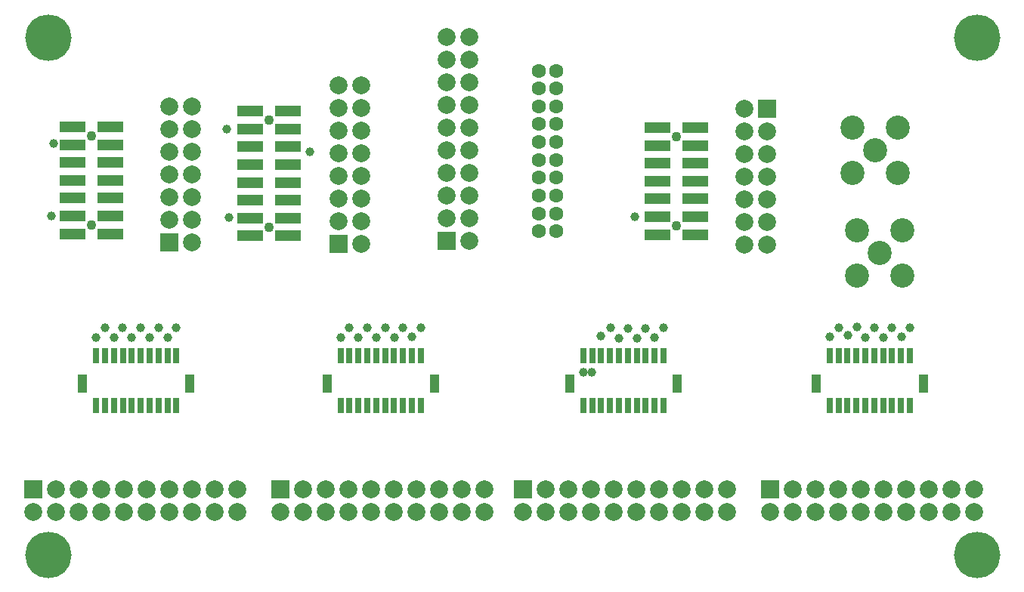
<source format=gbs>
G04*
G04 #@! TF.GenerationSoftware,Altium Limited,Altium Designer,23.1.1 (15)*
G04*
G04 Layer_Color=16711935*
%FSLAX44Y44*%
%MOMM*%
G71*
G04*
G04 #@! TF.SameCoordinates,885BC21F-CE97-4633-90EB-74F7ABE7E9BF*
G04*
G04*
G04 #@! TF.FilePolarity,Negative*
G04*
G01*
G75*
%ADD11C,2.7032*%
%ADD12C,1.0922*%
%ADD13C,2.0000*%
%ADD14R,2.0000X2.0000*%
%ADD15C,5.2032*%
%ADD16R,2.0000X2.0000*%
%ADD17C,1.6032*%
%ADD18C,1.0032*%
%ADD32R,1.0532X2.0032*%
%ADD33R,0.8032X1.8032*%
%ADD34R,2.9464X1.2192*%
D11*
X950614Y529213D02*
D03*
X1001414D02*
D03*
Y478413D02*
D03*
X950614D02*
D03*
X976014Y503813D02*
D03*
X981094Y388597D02*
D03*
X955694Y363197D02*
D03*
X1006494D02*
D03*
Y413997D02*
D03*
X955694D02*
D03*
D12*
X753382Y418947D02*
D03*
Y518946D02*
D03*
X297120Y537381D02*
D03*
Y417382D02*
D03*
X98404Y419815D02*
D03*
Y519815D02*
D03*
D13*
X829883Y524836D02*
D03*
X855283D02*
D03*
X829883Y550236D02*
D03*
X855283Y499436D02*
D03*
X829883D02*
D03*
X855283Y474036D02*
D03*
X829883D02*
D03*
Y448636D02*
D03*
Y423236D02*
D03*
Y397836D02*
D03*
X855283D02*
D03*
Y423236D02*
D03*
Y448636D02*
D03*
X521122Y478356D02*
D03*
X495722D02*
D03*
X521122Y452956D02*
D03*
X495722D02*
D03*
X521122Y402156D02*
D03*
X495722Y427556D02*
D03*
X521122D02*
D03*
Y503756D02*
D03*
X495722D02*
D03*
Y529156D02*
D03*
X521122D02*
D03*
X495722Y554556D02*
D03*
X521122D02*
D03*
Y579956D02*
D03*
X495722D02*
D03*
Y605356D02*
D03*
X521122D02*
D03*
X495722Y630756D02*
D03*
X521122D02*
D03*
X210817Y425782D02*
D03*
X185417D02*
D03*
X210817Y400382D02*
D03*
X185417Y451182D02*
D03*
X210817D02*
D03*
X185417Y476582D02*
D03*
X210817D02*
D03*
Y501982D02*
D03*
Y527382D02*
D03*
Y552782D02*
D03*
X185417D02*
D03*
Y527382D02*
D03*
Y501982D02*
D03*
X109155Y97600D02*
D03*
Y123000D02*
D03*
X83755Y97600D02*
D03*
Y123000D02*
D03*
X32954Y97600D02*
D03*
X58355Y123000D02*
D03*
Y97600D02*
D03*
X134555D02*
D03*
Y123000D02*
D03*
X159955D02*
D03*
Y97600D02*
D03*
X185354Y123000D02*
D03*
Y97600D02*
D03*
X210755D02*
D03*
Y123000D02*
D03*
X236154D02*
D03*
Y97600D02*
D03*
X261555Y123000D02*
D03*
Y97600D02*
D03*
X1087022D02*
D03*
Y123000D02*
D03*
X1061622Y97600D02*
D03*
Y123000D02*
D03*
X1036222D02*
D03*
Y97600D02*
D03*
X1010822D02*
D03*
Y123000D02*
D03*
X985422Y97600D02*
D03*
Y123000D02*
D03*
X960022D02*
D03*
Y97600D02*
D03*
X883822D02*
D03*
Y123000D02*
D03*
X858422Y97600D02*
D03*
X909222Y123000D02*
D03*
Y97600D02*
D03*
X934622Y123000D02*
D03*
Y97600D02*
D03*
X657775D02*
D03*
Y123000D02*
D03*
X632375Y97600D02*
D03*
Y123000D02*
D03*
X581575Y97600D02*
D03*
X606975Y123000D02*
D03*
Y97600D02*
D03*
X683175D02*
D03*
Y123000D02*
D03*
X708575D02*
D03*
Y97600D02*
D03*
X733975Y123000D02*
D03*
Y97600D02*
D03*
X759375D02*
D03*
Y123000D02*
D03*
X784775D02*
D03*
Y97600D02*
D03*
X810175Y123000D02*
D03*
Y97600D02*
D03*
X538250D02*
D03*
Y123000D02*
D03*
X512850Y97600D02*
D03*
Y123000D02*
D03*
X487450D02*
D03*
Y97600D02*
D03*
X462050D02*
D03*
Y123000D02*
D03*
X436650Y97600D02*
D03*
Y123000D02*
D03*
X411250D02*
D03*
Y97600D02*
D03*
X335050D02*
D03*
Y123000D02*
D03*
X309650Y97600D02*
D03*
X360450Y123000D02*
D03*
Y97600D02*
D03*
X385850Y123000D02*
D03*
Y97600D02*
D03*
X400485Y423570D02*
D03*
X375085D02*
D03*
X400485Y398170D02*
D03*
X375085Y448970D02*
D03*
X400485D02*
D03*
X375085Y474370D02*
D03*
X400485D02*
D03*
Y499770D02*
D03*
Y525170D02*
D03*
Y550570D02*
D03*
Y575970D02*
D03*
X375085D02*
D03*
Y550570D02*
D03*
Y525170D02*
D03*
Y499770D02*
D03*
D14*
X855283Y550236D02*
D03*
X495722Y402156D02*
D03*
X185417Y400382D02*
D03*
X375085Y398170D02*
D03*
D15*
X50000Y630000D02*
D03*
X1090000D02*
D03*
Y50000D02*
D03*
X50000D02*
D03*
D16*
X32954Y123000D02*
D03*
X858422D02*
D03*
X581575D02*
D03*
X309650D02*
D03*
D17*
X619021Y592727D02*
D03*
X599021D02*
D03*
X619021Y572727D02*
D03*
X599021D02*
D03*
X619021Y552727D02*
D03*
X599021D02*
D03*
X619021Y532727D02*
D03*
X599021D02*
D03*
X619021Y512727D02*
D03*
X599021D02*
D03*
X619021Y492727D02*
D03*
X599021D02*
D03*
X619021Y472727D02*
D03*
X599021D02*
D03*
X619021Y452727D02*
D03*
X599021D02*
D03*
X619021Y432727D02*
D03*
X599021D02*
D03*
X619021Y412727D02*
D03*
X599021D02*
D03*
D18*
X249365Y527209D02*
D03*
X251908Y427800D02*
D03*
X658884Y254833D02*
D03*
X649148Y254950D02*
D03*
X709085Y293008D02*
D03*
X729193Y293269D02*
D03*
X342959Y501420D02*
D03*
X706587Y428739D02*
D03*
X52997Y429856D02*
D03*
X55749Y511452D02*
D03*
X985226Y293787D02*
D03*
X925306Y293941D02*
D03*
X935155Y304771D02*
D03*
X995075Y304618D02*
D03*
X1015182Y304879D02*
D03*
X1005333Y294049D02*
D03*
X975146Y304642D02*
D03*
X965297Y293812D02*
D03*
X945214Y295921D02*
D03*
X955938Y305703D02*
D03*
X679798Y304923D02*
D03*
X669074Y295141D02*
D03*
X689156Y293032D02*
D03*
X699005Y303862D02*
D03*
X739042Y304099D02*
D03*
X718934Y303838D02*
D03*
X397146Y293829D02*
D03*
X377240Y293862D02*
D03*
X387089Y304692D02*
D03*
X406995Y304660D02*
D03*
X427080Y304563D02*
D03*
X417231Y293732D02*
D03*
X447009Y304539D02*
D03*
X437160Y293708D02*
D03*
X467116Y304800D02*
D03*
X457267Y293970D02*
D03*
X123211Y293786D02*
D03*
X183332Y293926D02*
D03*
X193181Y304757D02*
D03*
X163225Y293665D02*
D03*
X173074Y304495D02*
D03*
X143296Y293689D02*
D03*
X153145Y304519D02*
D03*
X133060Y304616D02*
D03*
X113154Y304648D02*
D03*
X103305Y293818D02*
D03*
D32*
X1030000Y241500D02*
D03*
X910000D02*
D03*
X362075D02*
D03*
X482075D02*
D03*
X754001D02*
D03*
X634001D02*
D03*
X88209D02*
D03*
X208209D02*
D03*
D33*
X1015000Y217500D02*
D03*
Y273500D02*
D03*
X1005000Y217500D02*
D03*
Y273500D02*
D03*
X995000Y217500D02*
D03*
Y273500D02*
D03*
X985000Y217500D02*
D03*
Y273500D02*
D03*
X975000Y217500D02*
D03*
Y273500D02*
D03*
X965000D02*
D03*
X955000D02*
D03*
X945000D02*
D03*
X935000D02*
D03*
X925000Y217500D02*
D03*
Y273500D02*
D03*
X945000Y217500D02*
D03*
X935000D02*
D03*
X965000D02*
D03*
X955000D02*
D03*
X407075D02*
D03*
X417075D02*
D03*
X387075D02*
D03*
X397075D02*
D03*
X377075Y273500D02*
D03*
Y217500D02*
D03*
X387075Y273500D02*
D03*
X397075D02*
D03*
X407075D02*
D03*
X417075D02*
D03*
X427075D02*
D03*
Y217500D02*
D03*
X437075Y273500D02*
D03*
Y217500D02*
D03*
X447075Y273500D02*
D03*
Y217500D02*
D03*
X457075Y273500D02*
D03*
Y217500D02*
D03*
X467076Y273500D02*
D03*
Y217500D02*
D03*
X739001D02*
D03*
Y273500D02*
D03*
X729001Y217500D02*
D03*
Y273500D02*
D03*
X719001Y217500D02*
D03*
Y273500D02*
D03*
X709001Y217500D02*
D03*
Y273500D02*
D03*
X699001Y217500D02*
D03*
Y273500D02*
D03*
X689001D02*
D03*
X679001D02*
D03*
X669001D02*
D03*
X659001D02*
D03*
X649001Y217500D02*
D03*
Y273500D02*
D03*
X669001Y217500D02*
D03*
X659001D02*
D03*
X689001D02*
D03*
X679001D02*
D03*
X133208D02*
D03*
X143208D02*
D03*
X113209D02*
D03*
X123208D02*
D03*
X103209Y273500D02*
D03*
Y217500D02*
D03*
X113209Y273500D02*
D03*
X123208D02*
D03*
X133208D02*
D03*
X143208D02*
D03*
X153208D02*
D03*
Y217500D02*
D03*
X163208Y273500D02*
D03*
Y217500D02*
D03*
X173208Y273500D02*
D03*
Y217500D02*
D03*
X183208Y273500D02*
D03*
Y217500D02*
D03*
X193209Y273500D02*
D03*
Y217500D02*
D03*
D34*
X774632Y428946D02*
D03*
Y408947D02*
D03*
Y448946D02*
D03*
Y468946D02*
D03*
Y488946D02*
D03*
Y508946D02*
D03*
Y528946D02*
D03*
X732133D02*
D03*
Y488946D02*
D03*
Y448946D02*
D03*
Y508946D02*
D03*
Y468946D02*
D03*
Y428946D02*
D03*
Y408947D02*
D03*
X275870Y507381D02*
D03*
Y527381D02*
D03*
Y487381D02*
D03*
Y467381D02*
D03*
Y447382D02*
D03*
Y427382D02*
D03*
Y407382D02*
D03*
X318369D02*
D03*
Y447382D02*
D03*
Y487381D02*
D03*
Y427382D02*
D03*
Y467381D02*
D03*
Y507381D02*
D03*
Y527381D02*
D03*
Y547381D02*
D03*
X275870D02*
D03*
X119654Y529815D02*
D03*
Y509815D02*
D03*
Y469815D02*
D03*
Y429815D02*
D03*
Y489815D02*
D03*
Y449815D02*
D03*
Y409815D02*
D03*
X77155D02*
D03*
Y429815D02*
D03*
Y449815D02*
D03*
Y469815D02*
D03*
Y489815D02*
D03*
Y529815D02*
D03*
Y509815D02*
D03*
M02*

</source>
